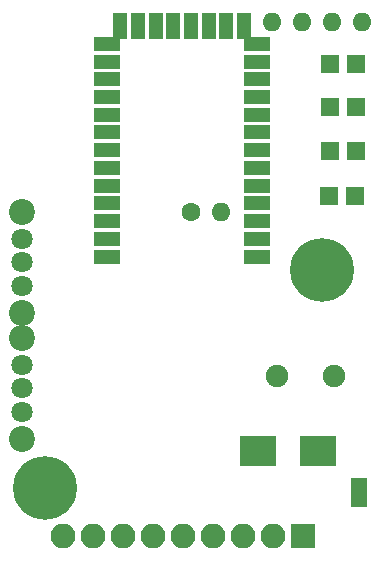
<source format=gbr>
G04 #@! TF.FileFunction,Soldermask,Bot*
%FSLAX46Y46*%
G04 Gerber Fmt 4.6, Leading zero omitted, Abs format (unit mm)*
G04 Created by KiCad (PCBNEW 4.0.4-stable) date 11/23/17 14:52:02*
%MOMM*%
%LPD*%
G01*
G04 APERTURE LIST*
%ADD10C,0.100000*%
%ADD11R,1.600000X1.600000*%
%ADD12C,1.600000*%
%ADD13O,1.600000X1.600000*%
%ADD14R,2.200000X1.200000*%
%ADD15R,1.200000X2.200000*%
%ADD16R,1.400000X1.400000*%
%ADD17C,1.900000*%
%ADD18R,3.100000X2.600000*%
%ADD19C,1.800000*%
%ADD20C,2.200000*%
%ADD21R,2.100000X2.100000*%
%ADD22O,2.100000X2.100000*%
%ADD23C,5.400000*%
%ADD24C,1.200000*%
G04 APERTURE END LIST*
D10*
D11*
X133750000Y-34500000D03*
X135950000Y-34500000D03*
D12*
X121990000Y-43390000D03*
D13*
X124530000Y-43390000D03*
D14*
X114880000Y-47150000D03*
X114880000Y-45650000D03*
X114880000Y-44150000D03*
X114880000Y-42650000D03*
X114880000Y-41150000D03*
X114880000Y-39650000D03*
X114880000Y-38150000D03*
X114880000Y-36650000D03*
X114880000Y-35150000D03*
X114880000Y-33650000D03*
X114880000Y-32150000D03*
X114880000Y-30650000D03*
X114880000Y-29150000D03*
D15*
X115980000Y-27650000D03*
X117480000Y-27650000D03*
X118980000Y-27650000D03*
X120480000Y-27650000D03*
X121980000Y-27650000D03*
X123480000Y-27650000D03*
X124980000Y-27650000D03*
X126480000Y-27650000D03*
D14*
X127580000Y-29150000D03*
X127580000Y-30650000D03*
X127580000Y-32150000D03*
X127580000Y-33650000D03*
X127580000Y-35150000D03*
X127580000Y-36650000D03*
X127580000Y-38150000D03*
X127580000Y-39650000D03*
X127580000Y-41150000D03*
X127580000Y-42650000D03*
X127580000Y-44150000D03*
X127580000Y-45650000D03*
X127580000Y-47150000D03*
D16*
X136180000Y-66590000D03*
X136180000Y-67710000D03*
D13*
X128880000Y-27310000D03*
X131420000Y-27310000D03*
X133960000Y-27310000D03*
X136500000Y-27310000D03*
D17*
X129240000Y-57290000D03*
X134120000Y-57290000D03*
D11*
X133780000Y-30820000D03*
X135980000Y-30820000D03*
X133760000Y-38210000D03*
X135960000Y-38210000D03*
D18*
X132760000Y-63600000D03*
X127660000Y-63600000D03*
D11*
X133690000Y-42030000D03*
X135890000Y-42030000D03*
D19*
X107680000Y-49650000D03*
X107680000Y-45650000D03*
D20*
X107680000Y-43350000D03*
X107680000Y-51950000D03*
D19*
X107680000Y-47650000D03*
X107700000Y-56320000D03*
X107700000Y-60320000D03*
D20*
X107700000Y-62620000D03*
X107700000Y-54020000D03*
D19*
X107700000Y-58320000D03*
D21*
X131460000Y-70830000D03*
D22*
X128920000Y-70830000D03*
X126380000Y-70830000D03*
X123840000Y-70830000D03*
X121300000Y-70830000D03*
X118760000Y-70830000D03*
X116220000Y-70830000D03*
X113680000Y-70830000D03*
X111140000Y-70830000D03*
D23*
X109590000Y-66710000D03*
D24*
X111465000Y-66710000D03*
X110915825Y-68035825D03*
X109590000Y-68585000D03*
X108264175Y-68035825D03*
X107715000Y-66710000D03*
X108264175Y-65384175D03*
X109590000Y-64835000D03*
X110915825Y-65384175D03*
D23*
X133080000Y-48270000D03*
D24*
X134955000Y-48270000D03*
X134405825Y-49595825D03*
X133080000Y-50145000D03*
X131754175Y-49595825D03*
X131205000Y-48270000D03*
X131754175Y-46944175D03*
X133080000Y-46395000D03*
X134405825Y-46944175D03*
M02*

</source>
